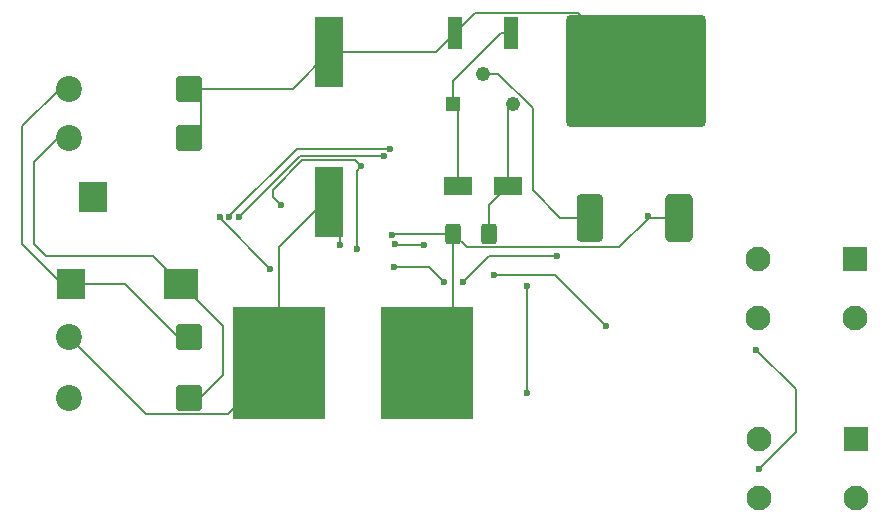
<source format=gbr>
%TF.GenerationSoftware,KiCad,Pcbnew,9.0.2*%
%TF.CreationDate,2025-09-10T19:30:47-05:00*%
%TF.ProjectId,EE101_Board,45453130-315f-4426-9f61-72642e6b6963,rev?*%
%TF.SameCoordinates,Original*%
%TF.FileFunction,Copper,L1,Top*%
%TF.FilePolarity,Positive*%
%FSLAX46Y46*%
G04 Gerber Fmt 4.6, Leading zero omitted, Abs format (unit mm)*
G04 Created by KiCad (PCBNEW 9.0.2) date 2025-09-10 19:30:47*
%MOMM*%
%LPD*%
G01*
G04 APERTURE LIST*
G04 Aperture macros list*
%AMRoundRect*
0 Rectangle with rounded corners*
0 $1 Rounding radius*
0 $2 $3 $4 $5 $6 $7 $8 $9 X,Y pos of 4 corners*
0 Add a 4 corners polygon primitive as box body*
4,1,4,$2,$3,$4,$5,$6,$7,$8,$9,$2,$3,0*
0 Add four circle primitives for the rounded corners*
1,1,$1+$1,$2,$3*
1,1,$1+$1,$4,$5*
1,1,$1+$1,$6,$7*
1,1,$1+$1,$8,$9*
0 Add four rect primitives between the rounded corners*
20,1,$1+$1,$2,$3,$4,$5,0*
20,1,$1+$1,$4,$5,$6,$7,0*
20,1,$1+$1,$6,$7,$8,$9,0*
20,1,$1+$1,$8,$9,$2,$3,0*%
G04 Aperture macros list end*
%TA.AperFunction,SMDPad,CuDef*%
%ADD10RoundRect,0.375521X0.751041X-1.657291X0.751041X1.657291X-0.751041X1.657291X-0.751041X-1.657291X0*%
%TD*%
%TA.AperFunction,SMDPad,CuDef*%
%ADD11RoundRect,0.365389X-5.534611X4.384611X-5.534611X-4.384611X5.534611X-4.384611X5.534611X4.384611X0*%
%TD*%
%TA.AperFunction,SMDPad,CuDef*%
%ADD12RoundRect,0.383855X0.767707X-1.657160X0.767707X1.657160X-0.767707X1.657160X-0.767707X-1.657160X0*%
%TD*%
%TA.AperFunction,SMDPad,CuDef*%
%ADD13R,2.350000X1.550000*%
%TD*%
%TA.AperFunction,ComponentPad*%
%ADD14C,1.222000*%
%TD*%
%TA.AperFunction,ComponentPad*%
%ADD15R,1.222000X1.222000*%
%TD*%
%TA.AperFunction,SMDPad,CuDef*%
%ADD16R,2.350000X6.000000*%
%TD*%
%TA.AperFunction,ComponentPad*%
%ADD17RoundRect,0.249999X0.850001X0.850001X-0.850001X0.850001X-0.850001X-0.850001X0.850001X-0.850001X0*%
%TD*%
%TA.AperFunction,ComponentPad*%
%ADD18C,2.200000*%
%TD*%
%TA.AperFunction,SMDPad,CuDef*%
%ADD19R,2.400000X2.550000*%
%TD*%
%TA.AperFunction,SMDPad,CuDef*%
%ADD20R,2.900000X2.550000*%
%TD*%
%TA.AperFunction,SMDPad,CuDef*%
%ADD21R,1.200000X2.700000*%
%TD*%
%TA.AperFunction,SMDPad,CuDef*%
%ADD22R,7.800000X9.600000*%
%TD*%
%TA.AperFunction,SMDPad,CuDef*%
%ADD23RoundRect,0.250000X-0.400000X-0.625000X0.400000X-0.625000X0.400000X0.625000X-0.400000X0.625000X0*%
%TD*%
%TA.AperFunction,ComponentPad*%
%ADD24R,2.100000X2.100000*%
%TD*%
%TA.AperFunction,ComponentPad*%
%ADD25C,2.100000*%
%TD*%
%TA.AperFunction,ViaPad*%
%ADD26C,0.600000*%
%TD*%
%TA.AperFunction,Conductor*%
%ADD27C,0.200000*%
%TD*%
G04 APERTURE END LIST*
D10*
%TO.P,Q1,1,G*%
%TO.N,Net-(Q1-G)*%
X101100000Y-79750000D03*
D11*
%TO.P,Q1,2,D*%
%TO.N,Net-(D1-K)*%
X104950000Y-67350000D03*
D12*
%TO.P,Q1,3,S*%
%TO.N,Net-(Q1-S)*%
X108600000Y-79750000D03*
%TD*%
D13*
%TO.P,D5,2,A*%
%TO.N,0*%
X94150000Y-77100000D03*
%TO.P,D5,1,K*%
%TO.N,Net-(D5-K)*%
X89850000Y-77100000D03*
%TD*%
D14*
%TO.P,RV1,3,3*%
%TO.N,0*%
X94540000Y-70100000D03*
%TO.P,RV1,2,2*%
%TO.N,Net-(Q1-G)*%
X92000000Y-67560000D03*
D15*
%TO.P,RV1,1,1*%
%TO.N,Net-(D5-K)*%
X89460000Y-70100000D03*
%TD*%
D16*
%TO.P,C1,1*%
%TO.N,Net-(D1-K)*%
X79000000Y-65750000D03*
%TO.P,C1,2*%
%TO.N,0*%
X79000000Y-78450000D03*
%TD*%
D17*
%TO.P,D3,1,K*%
%TO.N,Net-(D1-A)*%
X67080000Y-89840000D03*
D18*
%TO.P,D3,2,A*%
%TO.N,0*%
X56920000Y-89840000D03*
%TD*%
D19*
%TO.P,J1,R*%
%TO.N,unconnected-(J1-PadR)*%
X59000000Y-78000000D03*
%TO.P,J1,S*%
%TO.N,Net-(D1-A)*%
X57100000Y-85350000D03*
D20*
%TO.P,J1,T*%
%TO.N,Net-(D2-K)*%
X66400000Y-85350000D03*
%TD*%
D17*
%TO.P,D1,1,K*%
%TO.N,Net-(D1-K)*%
X67080000Y-68840000D03*
D18*
%TO.P,D1,2,A*%
%TO.N,Net-(D1-A)*%
X56920000Y-68840000D03*
%TD*%
D21*
%TO.P,R1,1*%
%TO.N,Net-(D1-K)*%
X89650000Y-64100000D03*
%TO.P,R1,2*%
%TO.N,Net-(D5-K)*%
X94350000Y-64100000D03*
%TD*%
D22*
%TO.P,C2,1*%
%TO.N,Net-(Q1-S)*%
X87250000Y-92100000D03*
%TO.P,C2,2*%
%TO.N,0*%
X74750000Y-92100000D03*
%TD*%
D23*
%TO.P,R2,1*%
%TO.N,Net-(Q1-S)*%
X89450000Y-81100000D03*
%TO.P,R2,2*%
%TO.N,0*%
X92550000Y-81100000D03*
%TD*%
D17*
%TO.P,D2,1,K*%
%TO.N,Net-(D2-K)*%
X67080000Y-95000000D03*
D18*
%TO.P,D2,2,A*%
%TO.N,0*%
X56920000Y-95000000D03*
%TD*%
D17*
%TO.P,D4,1,K*%
%TO.N,Net-(D1-K)*%
X67080000Y-73000000D03*
D18*
%TO.P,D4,2,A*%
%TO.N,Net-(D2-K)*%
X56920000Y-73000000D03*
%TD*%
D24*
%TO.P,J4,1,Pin_1*%
%TO.N,Net-(J4-Pin_1)*%
X123475000Y-83225000D03*
D25*
X115275000Y-83225000D03*
%TO.P,J4,2,Pin_2*%
%TO.N,0*%
X123475000Y-88225000D03*
X115275000Y-88225000D03*
%TD*%
D24*
%TO.P,J3,1,Pin_1*%
%TO.N,Net-(J3-Pin_1)*%
X123575000Y-98500000D03*
D25*
X115375000Y-98500000D03*
%TO.P,J3,2,Pin_2*%
%TO.N,0*%
X123575000Y-103500000D03*
X115375000Y-103500000D03*
%TD*%
D26*
%TO.N,0*%
X92600000Y-81100000D03*
%TO.N,Net-(Q1-S)*%
X81300000Y-82400000D03*
%TO.N,Net-(U1-ROUT)*%
X84500000Y-83900000D03*
X88700000Y-85200000D03*
X98300000Y-83000000D03*
X90300000Y-85200000D03*
%TO.N,Net-(U1-LOUT)*%
X92900000Y-84600000D03*
X102400000Y-88900000D03*
X69699994Y-79700000D03*
X74000000Y-84100000D03*
%TO.N,Net-(Q1-S)*%
X81700000Y-75400000D03*
X74900000Y-78700000D03*
X84282477Y-81255397D03*
X89400000Y-81000000D03*
X87500000Y-91900000D03*
%TO.N,Net-(C14-Pad2)*%
X95700000Y-94600000D03*
%TO.N,Net-(U1-RIN)*%
X70499997Y-79700000D03*
X84165687Y-73934313D03*
%TO.N,Net-(U1-LIN)*%
X71300000Y-79700000D03*
X83600000Y-74500000D03*
%TO.N,Net-(U1-VCLAMP)*%
X84575000Y-82000000D03*
X87000000Y-82100000D03*
%TO.N,Net-(Q1-S)*%
X106000000Y-79600000D03*
%TO.N,Net-(C14-Pad2)*%
X95700265Y-85499735D03*
%TO.N,0*%
X115150000Y-90950000D03*
X115375000Y-101025000D03*
X77000000Y-88500000D03*
X79891994Y-82054853D03*
%TD*%
D27*
%TO.N,Net-(D1-K)*%
X89650000Y-64100000D02*
X91301000Y-62449000D01*
X91301000Y-62449000D02*
X100049000Y-62449000D01*
X100049000Y-62449000D02*
X104950000Y-67350000D01*
%TO.N,Net-(Q1-S)*%
X106000000Y-79600000D02*
X106150000Y-79750000D01*
X106150000Y-79750000D02*
X108600000Y-79750000D01*
%TO.N,Net-(Q1-G)*%
X98550000Y-79750000D02*
X101100000Y-79750000D01*
%TO.N,Net-(Q1-S)*%
X81300000Y-82400000D02*
X81300000Y-75800000D01*
X81300000Y-75800000D02*
X81700000Y-75400000D01*
%TO.N,Net-(U1-ROUT)*%
X90300000Y-85200000D02*
X92500000Y-83000000D01*
X92500000Y-83000000D02*
X98300000Y-83000000D01*
X90300000Y-85200000D02*
X90500000Y-85200000D01*
X87400000Y-83900000D02*
X88700000Y-85200000D01*
X84500000Y-83900000D02*
X87400000Y-83900000D01*
%TO.N,Net-(U1-LOUT)*%
X92900000Y-84600000D02*
X98100000Y-84600000D01*
X98100000Y-84600000D02*
X102400000Y-88900000D01*
%TO.N,Net-(C14-Pad2)*%
X95700265Y-85499735D02*
X95700000Y-85500000D01*
X95700000Y-85500000D02*
X95700000Y-94600000D01*
%TO.N,Net-(U1-LOUT)*%
X69699994Y-79700000D02*
X69699994Y-79799994D01*
X69699994Y-79799994D02*
X74000000Y-84100000D01*
%TO.N,Net-(Q1-S)*%
X76699000Y-74901000D02*
X81200000Y-74901000D01*
X74900000Y-78700000D02*
X74200000Y-78000000D01*
X81201000Y-74901000D02*
X81700000Y-75400000D01*
X74200000Y-78000000D02*
X74200000Y-77400000D01*
X74200000Y-77400000D02*
X76699000Y-74901000D01*
X81200000Y-74901000D02*
X81201000Y-74901000D01*
X84437874Y-81100000D02*
X84282477Y-81255397D01*
X89450000Y-81100000D02*
X84437874Y-81100000D01*
%TO.N,Net-(U1-RIN)*%
X76250057Y-73900000D02*
X70499997Y-79650060D01*
X70499997Y-79650060D02*
X70499997Y-79700000D01*
X84131374Y-73900000D02*
X76250057Y-73900000D01*
X84165687Y-73934313D02*
X84131374Y-73900000D01*
%TO.N,Net-(U1-LIN)*%
X76500000Y-74500000D02*
X71300000Y-79700000D01*
X83600000Y-74500000D02*
X76500000Y-74500000D01*
%TO.N,Net-(U1-VCLAMP)*%
X84675000Y-82100000D02*
X84575000Y-82000000D01*
X87000000Y-82100000D02*
X84675000Y-82100000D01*
%TO.N,0*%
X115375000Y-101025000D02*
X118500000Y-97900000D01*
X115100000Y-90900000D02*
X115100000Y-90800000D01*
X118500000Y-97900000D02*
X118500000Y-94300000D01*
X118500000Y-94300000D02*
X115150000Y-90950000D01*
X115100000Y-90900000D02*
X115150000Y-90950000D01*
X56920000Y-89840000D02*
X63481000Y-96401000D01*
X63481000Y-96401000D02*
X70449000Y-96401000D01*
X70449000Y-96401000D02*
X74750000Y-92100000D01*
X78450000Y-88400000D02*
X74750000Y-92100000D01*
X79891994Y-82054853D02*
X79891994Y-79341994D01*
X79891994Y-79341994D02*
X79000000Y-78450000D01*
%TO.N,Net-(D1-K)*%
X68080000Y-68840000D02*
X75910000Y-68840000D01*
X68160000Y-73000000D02*
X68160000Y-68920000D01*
X75910000Y-68840000D02*
X79000000Y-65750000D01*
X68160000Y-68920000D02*
X68080000Y-68840000D01*
X88000000Y-65750000D02*
X89650000Y-64100000D01*
X79000000Y-65750000D02*
X88000000Y-65750000D01*
%TO.N,0*%
X94150000Y-77100000D02*
X94150000Y-70490000D01*
X74750000Y-92100000D02*
X74750000Y-82250000D01*
X92550000Y-81100000D02*
X92550000Y-78700000D01*
X94150000Y-70490000D02*
X94540000Y-70100000D01*
X92550000Y-78700000D02*
X94150000Y-77100000D01*
X79000000Y-78000000D02*
X79000000Y-78450000D01*
X74750000Y-82250000D02*
X78550000Y-78450000D01*
X78550000Y-78450000D02*
X79000000Y-78450000D01*
%TO.N,Net-(Q1-S)*%
X103524000Y-82276000D02*
X106050000Y-79750000D01*
X89607443Y-81257443D02*
X89450000Y-81100000D01*
X90626000Y-82276000D02*
X103524000Y-82276000D01*
X89450000Y-89900000D02*
X87250000Y-92100000D01*
X89450000Y-81100000D02*
X90626000Y-82276000D01*
X89450000Y-81100000D02*
X89450000Y-89900000D01*
%TO.N,Net-(D1-A)*%
X66140000Y-89840000D02*
X68080000Y-89840000D01*
X56160000Y-68840000D02*
X57920000Y-68840000D01*
X53000000Y-82000000D02*
X53000000Y-72000000D01*
X61650000Y-85350000D02*
X57100000Y-85350000D01*
X57100000Y-85350000D02*
X56350000Y-85350000D01*
X53000000Y-72000000D02*
X56160000Y-68840000D01*
X56350000Y-85350000D02*
X53000000Y-82000000D01*
X61650000Y-85350000D02*
X66140000Y-89840000D01*
%TO.N,Net-(D2-K)*%
X55000000Y-83000000D02*
X54000000Y-82000000D01*
X54000000Y-82000000D02*
X54000000Y-75000000D01*
X70000000Y-93080000D02*
X68080000Y-95000000D01*
X66400000Y-85350000D02*
X70000000Y-88950000D01*
X64050000Y-83000000D02*
X55000000Y-83000000D01*
X70000000Y-88950000D02*
X70000000Y-93080000D01*
X54000000Y-75000000D02*
X56000000Y-73000000D01*
X56000000Y-73000000D02*
X58000000Y-73000000D01*
X66400000Y-85350000D02*
X64050000Y-83000000D01*
%TO.N,Net-(D5-K)*%
X89850000Y-70490000D02*
X89460000Y-70100000D01*
X89460000Y-70100000D02*
X89460000Y-68190000D01*
X89460000Y-68190000D02*
X93550000Y-64100000D01*
X89850000Y-77100000D02*
X89850000Y-70490000D01*
X93550000Y-64100000D02*
X94350000Y-64100000D01*
%TO.N,Net-(Q1-G)*%
X92000000Y-67560000D02*
X93289763Y-67560000D01*
X96199000Y-70469237D02*
X96199000Y-77399000D01*
X93289763Y-67560000D02*
X96199000Y-70469237D01*
X96199000Y-77399000D02*
X98550000Y-79750000D01*
%TD*%
M02*

</source>
